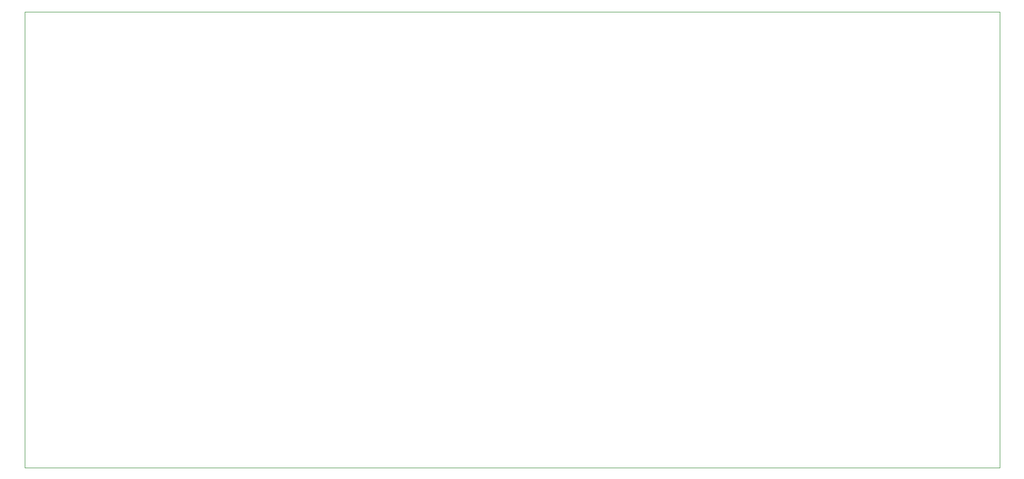
<source format=gbr>
%TF.GenerationSoftware,KiCad,Pcbnew,(5.1.6)-1*%
%TF.CreationDate,2021-01-03T22:36:31+05:30*%
%TF.ProjectId,supplyboard,73757070-6c79-4626-9f61-72642e6b6963,rev?*%
%TF.SameCoordinates,Original*%
%TF.FileFunction,Profile,NP*%
%FSLAX46Y46*%
G04 Gerber Fmt 4.6, Leading zero omitted, Abs format (unit mm)*
G04 Created by KiCad (PCBNEW (5.1.6)-1) date 2021-01-03 22:36:31*
%MOMM*%
%LPD*%
G01*
G04 APERTURE LIST*
%TA.AperFunction,Profile*%
%ADD10C,0.050000*%
%TD*%
G04 APERTURE END LIST*
D10*
X195580000Y-152400000D02*
X35560000Y-152400000D01*
X195580000Y-77470000D02*
X195580000Y-152400000D01*
X35560000Y-77470000D02*
X195580000Y-77470000D01*
X35560000Y-152400000D02*
X35560000Y-77470000D01*
M02*

</source>
